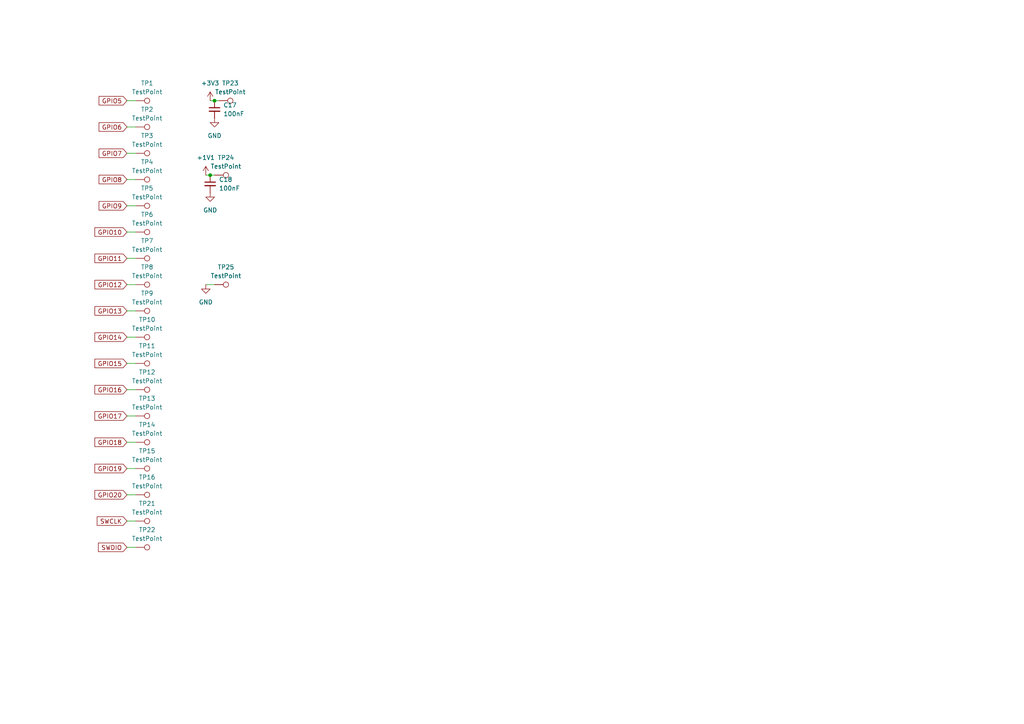
<source format=kicad_sch>
(kicad_sch (version 20250114) (generator "eeschema") (generator_version "9.0")
  (paper "A4")
  (lib_symbols
    (symbol "Connector:TestPoint" (pin_numbers (hide yes)) (pin_names (offset 0.762) (hide yes))
      (property "Reference" "TP" (at 0 6.858 0))
      (property "Value" "TestPoint" (at 0 5.08 0))
      (symbol "TestPoint_0_1"
        (circle (center 0 3.302) (radius 0.762))
      )
      (symbol "TestPoint_1_1"
        (pin passive line (at 0 0 90) (length 2.54) (name "1") (number "1"))
      )
    )
    (symbol "Device:C_Small" (pin_numbers (hide yes)) (pin_names (offset 0.254) (hide yes))
      (property "Reference" "C" (at 0.254 1.778 0))
      (property "Value" "C_Small" (at 0.254 -2.032 0))
      (symbol "C_Small_0_1"
        (polyline (pts (xy -1.524 0.508) (xy 1.524 0.508)) (stroke (width 0.3048)))
        (polyline (pts (xy -1.524 -0.508) (xy 1.524 -0.508)) (stroke (width 0.3302)))
      )
      (symbol "C_Small_1_1"
        (pin passive line (at 0 2.54 270) (length 2.032) (name "~") (number "1"))
        (pin passive line (at 0 -2.54 90) (length 2.032) (name "~") (number "2"))
      )
    )
    (symbol "power:+1V1" (power) (pin_numbers (hide yes)) (pin_names (offset 0) (hide yes))
      (property "Value" "+1V1" (at 0 3.556 0))
      (symbol "+1V1_0_1"
        (polyline (pts (xy -0.762 1.27) (xy 0 2.54)))
        (polyline (pts (xy 0 2.54) (xy 0.762 1.27)))
        (polyline (pts (xy 0 0) (xy 0 2.54)))
      )
      (symbol "+1V1_1_1"
        (pin power_in line (at 0 0 90) (length 0) (name "~") (number "1"))
      )
    )
    (symbol "power:+3V3" (power) (pin_numbers (hide yes)) (pin_names (offset 0) (hide yes))
      (property "Value" "+3V3" (at 0 3.556 0))
      (symbol "+3V3_0_1"
        (polyline (pts (xy -0.762 1.27) (xy 0 2.54)))
        (polyline (pts (xy 0 2.54) (xy 0.762 1.27)))
        (polyline (pts (xy 0 0) (xy 0 2.54)))
      )
      (symbol "+3V3_1_1"
        (pin power_in line (at 0 0 90) (length 0) (name "~") (number "1"))
      )
    )
    (symbol "power:GND" (power) (pin_numbers (hide yes)) (pin_names (offset 0) (hide yes))
      (property "Value" "GND" (at 0 -3.81 0))
      (symbol "GND_0_1"
        (polyline (pts (xy 0 0) (xy 0 -1.27) (xy 1.27 -1.27) (xy 0 -2.54) (xy -1.27 -1.27) (xy 0 -1.27)))
      )
      (symbol "GND_1_1"
        (pin power_in line (at 0 0 270) (length 0) (name "~") (number "1"))
      )
    )
  )
  (junction (at 62.23 29.21))
  (junction (at 60.96 50.8))
  (wire (pts (xy 39.37 59.69) (xy 36.83 59.69)))
  (wire (pts (xy 39.37 97.79) (xy 36.83 97.79)))
  (wire (pts (xy 39.37 29.21) (xy 36.83 29.21)))
  (wire (pts (xy 59.69 82.55) (xy 62.23 82.55)))
  (wire (pts (xy 62.23 29.21) (xy 63.5 29.21)))
  (wire (pts (xy 39.37 82.55) (xy 36.83 82.55)))
  (wire (pts (xy 39.37 36.83) (xy 36.83 36.83)))
  (wire (pts (xy 36.83 151.13) (xy 39.37 151.13)))
  (wire (pts (xy 39.37 74.93) (xy 36.83 74.93)))
  (wire (pts (xy 39.37 44.45) (xy 36.83 44.45)))
  (wire (pts (xy 59.69 50.8) (xy 60.96 50.8)))
  (wire (pts (xy 39.37 90.17) (xy 36.83 90.17)))
  (wire (pts (xy 39.37 120.65) (xy 36.83 120.65)))
  (wire (pts (xy 39.37 67.31) (xy 36.83 67.31)))
  (wire (pts (xy 39.37 105.41) (xy 36.83 105.41)))
  (wire (pts (xy 36.83 158.75) (xy 39.37 158.75)))
  (wire (pts (xy 39.37 143.51) (xy 36.83 143.51)))
  (wire (pts (xy 39.37 135.89) (xy 36.83 135.89)))
  (wire (pts (xy 39.37 52.07) (xy 36.83 52.07)))
  (wire (pts (xy 39.37 128.27) (xy 36.83 128.27)))
  (wire (pts (xy 60.96 50.8) (xy 62.23 50.8)))
  (wire (pts (xy 39.37 113.03) (xy 36.83 113.03)))
  (wire (pts (xy 60.96 29.21) (xy 62.23 29.21)))
  (global_label "GPIO5" (shape input) (at 36.83 29.21 180) (property "Intersheetrefs" "${INTERSHEET_REFS}" (effects (hide yes))))
  (global_label "GPIO6" (shape input) (at 36.83 36.83 180) (property "Intersheetrefs" "${INTERSHEET_REFS}" (effects (hide yes))))
  (global_label "SWCLK" (shape input) (at 36.83 151.13 180) (property "Intersheetrefs" "${INTERSHEET_REFS}" (effects (hide yes))))
  (global_label "GPIO11" (shape input) (at 36.83 74.93 180) (property "Intersheetrefs" "${INTERSHEET_REFS}" (effects (hide yes))))
  (global_label "GPIO7" (shape input) (at 36.83 44.45 180) (property "Intersheetrefs" "${INTERSHEET_REFS}" (effects (hide yes))))
  (global_label "GPIO18" (shape input) (at 36.83 128.27 180) (property "Intersheetrefs" "${INTERSHEET_REFS}" (effects (hide yes))))
  (global_label "GPIO14" (shape input) (at 36.83 97.79 180) (property "Intersheetrefs" "${INTERSHEET_REFS}" (effects (hide yes))))
  (global_label "GPIO8" (shape input) (at 36.83 52.07 180) (property "Intersheetrefs" "${INTERSHEET_REFS}" (effects (hide yes))))
  (global_label "SWDIO" (shape input) (at 36.83 158.75 180) (property "Intersheetrefs" "${INTERSHEET_REFS}" (effects (hide yes))))
  (global_label "GPIO13" (shape input) (at 36.83 90.17 180) (property "Intersheetrefs" "${INTERSHEET_REFS}" (effects (hide yes))))
  (global_label "GPIO20" (shape input) (at 36.83 143.51 180) (property "Intersheetrefs" "${INTERSHEET_REFS}" (effects (hide yes))))
  (global_label "GPIO17" (shape input) (at 36.83 120.65 180) (property "Intersheetrefs" "${INTERSHEET_REFS}" (effects (hide yes))))
  (global_label "GPIO10" (shape input) (at 36.83 67.31 180) (property "Intersheetrefs" "${INTERSHEET_REFS}" (effects (hide yes))))
  (global_label "GPIO12" (shape input) (at 36.83 82.55 180) (property "Intersheetrefs" "${INTERSHEET_REFS}" (effects (hide yes))))
  (global_label "GPIO15" (shape input) (at 36.83 105.41 180) (property "Intersheetrefs" "${INTERSHEET_REFS}" (effects (hide yes))))
  (global_label "GPIO19" (shape input) (at 36.83 135.89 180) (property "Intersheetrefs" "${INTERSHEET_REFS}" (effects (hide yes))))
  (global_label "GPIO16" (shape input) (at 36.83 113.03 180) (property "Intersheetrefs" "${INTERSHEET_REFS}" (effects (hide yes))))
  (global_label "GPIO9" (shape input) (at 36.83 59.69 180) (property "Intersheetrefs" "${INTERSHEET_REFS}" (effects (hide yes))))
  (symbol (lib_id "power:+3V3") (at 60.96 29.21 0) (unit 1)
    (property "Reference" "#PWR03" (effects (hide yes)))
    (property "Value" "+3V3" (at 60.96 24.13 0))
    (property "Description" "Power symbol creates a global label with name \"+3V3\"" (effects (hide yes)))
  )
  (symbol (lib_id "Connector:TestPoint") (at 39.37 67.31 270) (mirror x) (unit 1)
    (property "Reference" "TP6" (at 42.672 62.23 90))
    (property "Value" "TestPoint" (at 42.672 64.77 90))
    (property "Footprint" "TestPoint:TestPoint_Pad_D2.0mm" (effects (hide yes)))
    (property "Description" "test point" (effects (hide yes)))
  )
  (symbol (lib_id "power:+1V1") (at 59.69 50.8 0) (unit 1)
    (property "Reference" "#PWR04" (effects (hide yes)))
    (property "Value" "+1V1" (at 59.69 45.72 0))
    (property "Description" "Power symbol creates a global label with name \"+1V1\"" (effects (hide yes)))
  )
  (symbol (lib_id "Connector:TestPoint") (at 63.5 29.21 270) (mirror x) (unit 1)
    (property "Reference" "TP23" (at 66.802 24.13 90))
    (property "Value" "TestPoint" (at 66.802 26.67 90))
    (property "Footprint" "TestPoint:TestPoint_Pad_D2.0mm" (effects (hide yes)))
    (property "Description" "test point" (effects (hide yes)))
  )
  (symbol (lib_id "Connector:TestPoint") (at 39.37 44.45 270) (mirror x) (unit 1)
    (property "Reference" "TP3" (at 42.672 39.37 90))
    (property "Value" "TestPoint" (at 42.672 41.91 90))
    (property "Footprint" "TestPoint:TestPoint_Pad_D2.0mm" (effects (hide yes)))
    (property "Description" "test point" (effects (hide yes)))
  )
  (symbol (lib_id "Connector:TestPoint") (at 39.37 105.41 270) (mirror x) (unit 1)
    (property "Reference" "TP11" (at 42.672 100.33 90))
    (property "Value" "TestPoint" (at 42.672 102.87 90))
    (property "Footprint" "TestPoint:TestPoint_Pad_D2.0mm" (effects (hide yes)))
    (property "Description" "test point" (effects (hide yes)))
  )
  (symbol (lib_id "Connector:TestPoint") (at 62.23 50.8 270) (mirror x) (unit 1)
    (property "Reference" "TP24" (at 65.532 45.72 90))
    (property "Value" "TestPoint" (at 65.532 48.26 90))
    (property "Footprint" "TestPoint:TestPoint_Pad_D2.0mm" (effects (hide yes)))
    (property "Description" "test point" (effects (hide yes)))
  )
  (symbol (lib_id "Connector:TestPoint") (at 39.37 74.93 270) (mirror x) (unit 1)
    (property "Reference" "TP7" (at 42.672 69.85 90))
    (property "Value" "TestPoint" (at 42.672 72.39 90))
    (property "Footprint" "TestPoint:TestPoint_Pad_D2.0mm" (effects (hide yes)))
    (property "Description" "test point" (effects (hide yes)))
  )
  (symbol (lib_id "Connector:TestPoint") (at 39.37 128.27 270) (mirror x) (unit 1)
    (property "Reference" "TP14" (at 42.672 123.19 90))
    (property "Value" "TestPoint" (at 42.672 125.73 90))
    (property "Footprint" "TestPoint:TestPoint_Pad_D2.0mm" (effects (hide yes)))
    (property "Description" "test point" (effects (hide yes)))
  )
  (symbol (lib_id "Connector:TestPoint") (at 39.37 97.79 270) (mirror x) (unit 1)
    (property "Reference" "TP10" (at 42.672 92.71 90))
    (property "Value" "TestPoint" (at 42.672 95.25 90))
    (property "Footprint" "TestPoint:TestPoint_Pad_D2.0mm" (effects (hide yes)))
    (property "Description" "test point" (effects (hide yes)))
  )
  (symbol (lib_id "Connector:TestPoint") (at 39.37 29.21 270) (mirror x) (unit 1)
    (property "Reference" "TP1" (at 42.672 24.13 90))
    (property "Value" "TestPoint" (at 42.672 26.67 90))
    (property "Footprint" "TestPoint:TestPoint_Pad_D2.0mm" (effects (hide yes)))
    (property "Description" "test point" (effects (hide yes)))
  )
  (symbol (lib_id "Connector:TestPoint") (at 39.37 135.89 270) (mirror x) (unit 1)
    (property "Reference" "TP15" (at 42.672 130.81 90))
    (property "Value" "TestPoint" (at 42.672 133.35 90))
    (property "Footprint" "TestPoint:TestPoint_Pad_D2.0mm" (effects (hide yes)))
    (property "Description" "test point" (effects (hide yes)))
  )
  (symbol (lib_id "Connector:TestPoint") (at 39.37 113.03 270) (mirror x) (unit 1)
    (property "Reference" "TP12" (at 42.672 107.95 90))
    (property "Value" "TestPoint" (at 42.672 110.49 90))
    (property "Footprint" "TestPoint:TestPoint_Pad_D2.0mm" (effects (hide yes)))
    (property "Description" "test point" (effects (hide yes)))
  )
  (symbol (lib_id "Connector:TestPoint") (at 62.23 82.55 270) (mirror x) (unit 1)
    (property "Reference" "TP25" (at 65.532 77.47 90))
    (property "Value" "TestPoint" (at 65.532 80.01 90))
    (property "Footprint" "TestPoint:TestPoint_Pad_D2.0mm" (effects (hide yes)))
    (property "Description" "test point" (effects (hide yes)))
  )
  (symbol (lib_id "Connector:TestPoint") (at 39.37 143.51 270) (mirror x) (unit 1)
    (property "Reference" "TP16" (at 42.672 138.43 90))
    (property "Value" "TestPoint" (at 42.672 140.97 90))
    (property "Footprint" "TestPoint:TestPoint_Pad_D2.0mm" (effects (hide yes)))
    (property "Description" "test point" (effects (hide yes)))
  )
  (symbol (lib_id "Connector:TestPoint") (at 39.37 36.83 270) (mirror x) (unit 1)
    (property "Reference" "TP2" (at 42.672 31.75 90))
    (property "Value" "TestPoint" (at 42.672 34.29 90))
    (property "Footprint" "TestPoint:TestPoint_Pad_D2.0mm" (effects (hide yes)))
    (property "Description" "test point" (effects (hide yes)))
  )
  (symbol (lib_id "power:GND") (at 62.23 34.29 0) (unit 1)
    (property "Reference" "#PWR027" (effects (hide yes)))
    (property "Value" "GND" (at 62.23 39.37 0))
    (property "Description" "Power symbol creates a global label with name \"GND\" , ground" (effects (hide yes)))
  )
  (symbol (lib_id "Connector:TestPoint") (at 39.37 52.07 270) (mirror x) (unit 1)
    (property "Reference" "TP4" (at 42.672 46.99 90))
    (property "Value" "TestPoint" (at 42.672 49.53 90))
    (property "Footprint" "TestPoint:TestPoint_Pad_D2.0mm" (effects (hide yes)))
    (property "Description" "test point" (effects (hide yes)))
  )
  (symbol (lib_id "Device:C_Small") (at 62.23 31.75 0) (unit 1)
    (property "Reference" "C17" (at 64.77 30.4862 0) (effects (justify left)))
    (property "Value" "100nF" (at 64.77 33.0262 0) (effects (justify left)))
    (property "Footprint" "Capacitor_SMD:C_0402_1005Metric" (effects (hide yes)))
    (property "Description" "Unpolarized capacitor, small symbol" (effects (hide yes)))
  )
  (symbol (lib_id "Connector:TestPoint") (at 39.37 120.65 270) (mirror x) (unit 1)
    (property "Reference" "TP13" (at 42.672 115.57 90))
    (property "Value" "TestPoint" (at 42.672 118.11 90))
    (property "Footprint" "TestPoint:TestPoint_Pad_D2.0mm" (effects (hide yes)))
    (property "Description" "test point" (effects (hide yes)))
  )
  (symbol (lib_id "Device:C_Small") (at 60.96 53.34 0) (unit 1)
    (property "Reference" "C18" (at 63.5 52.0762 0) (effects (justify left)))
    (property "Value" "100nF" (at 63.5 54.6162 0) (effects (justify left)))
    (property "Footprint" "Capacitor_SMD:C_0402_1005Metric" (effects (hide yes)))
    (property "Description" "Unpolarized capacitor, small symbol" (effects (hide yes)))
  )
  (symbol (lib_id "Connector:TestPoint") (at 39.37 151.13 270) (mirror x) (unit 1)
    (property "Reference" "TP21" (at 42.672 146.05 90))
    (property "Value" "TestPoint" (at 42.672 148.59 90))
    (property "Footprint" "TestPoint:TestPoint_Pad_D2.0mm" (effects (hide yes)))
    (property "Description" "test point" (effects (hide yes)))
  )
  (symbol (lib_id "Connector:TestPoint") (at 39.37 59.69 270) (mirror x) (unit 1)
    (property "Reference" "TP5" (at 42.672 54.61 90))
    (property "Value" "TestPoint" (at 42.672 57.15 90))
    (property "Footprint" "TestPoint:TestPoint_Pad_D2.0mm" (effects (hide yes)))
    (property "Description" "test point" (effects (hide yes)))
  )
  (symbol (lib_id "power:GND") (at 60.96 55.88 0) (unit 1)
    (property "Reference" "#PWR028" (effects (hide yes)))
    (property "Value" "GND" (at 60.96 60.96 0))
    (property "Description" "Power symbol creates a global label with name \"GND\" , ground" (effects (hide yes)))
  )
  (symbol (lib_id "Connector:TestPoint") (at 39.37 158.75 270) (mirror x) (unit 1)
    (property "Reference" "TP22" (at 42.672 153.67 90))
    (property "Value" "TestPoint" (at 42.672 156.21 90))
    (property "Footprint" "TestPoint:TestPoint_Pad_D2.0mm" (effects (hide yes)))
    (property "Description" "test point" (effects (hide yes)))
  )
  (symbol (lib_id "Connector:TestPoint") (at 39.37 82.55 270) (mirror x) (unit 1)
    (property "Reference" "TP8" (at 42.672 77.47 90))
    (property "Value" "TestPoint" (at 42.672 80.01 90))
    (property "Footprint" "TestPoint:TestPoint_Pad_D2.0mm" (effects (hide yes)))
    (property "Description" "test point" (effects (hide yes)))
  )
  (symbol (lib_id "power:GND") (at 59.69 82.55 0) (unit 1)
    (property "Reference" "#PWR07" (effects (hide yes)))
    (property "Value" "GND" (at 59.69 87.63 0))
    (property "Description" "Power symbol creates a global label with name \"GND\" , ground" (effects (hide yes)))
  )
  (symbol (lib_id "Connector:TestPoint") (at 39.37 90.17 270) (mirror x) (unit 1)
    (property "Reference" "TP9" (at 42.672 85.09 90))
    (property "Value" "TestPoint" (at 42.672 87.63 90))
    (property "Footprint" "TestPoint:TestPoint_Pad_D2.0mm" (effects (hide yes)))
    (property "Description" "test point" (effects (hide yes)))
  )
)
</source>
